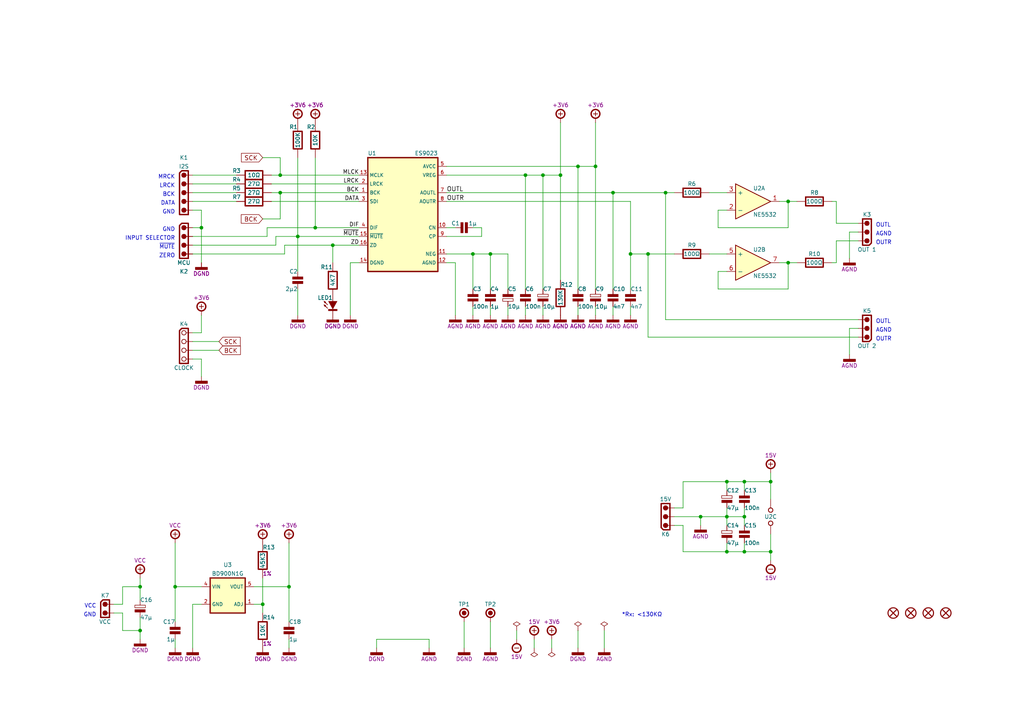
<source format=kicad_sch>
(kicad_sch (version 20211123) (generator eeschema)
  (paper "A4")
  (title_block (title "ESS9023") (date "01/2023") (rev "A"))
  (junction (at 58.42 66.04))
  (junction (at 210.82 139.7))
  (junction (at 76.2 175.26))
  (junction (at 96.52 71.12))
  (junction (at 193.04 55.88))
  (junction (at 157.48 50.8))
  (junction (at 177.8 55.88))
  (junction (at 215.9 139.7))
  (junction (at 223.52 139.7))
  (junction (at 86.36 68.58))
  (junction (at 40.64 170.18))
  (junction (at 215.9 149.86))
  (junction (at 91.44 66.04))
  (junction (at 167.64 48.26))
  (junction (at 182.88 73.66))
  (junction (at 203.2 149.86))
  (junction (at 223.52 160.02))
  (junction (at 137.16 73.66))
  (junction (at 83.82 170.18))
  (junction (at 228.6 76.2))
  (junction (at 152.4 50.8))
  (junction (at 81.28 50.8))
  (junction (at 81.28 55.88))
  (junction (at 162.56 50.8))
  (junction (at 50.8 170.18))
  (junction (at 40.64 182.88))
  (junction (at 210.82 149.86))
  (junction (at 210.82 160.02))
  (junction (at 228.6 58.42))
  (junction (at 215.9 160.02))
  (junction (at 172.72 48.26))
  (junction (at 187.96 73.66))
  (junction (at 142.24 73.66))
  (wire (pts (xy 210.82 60.96) (xy 208.28 60.96)))
  (wire (pts (xy 50.8 170.18) (xy 58.42 170.18)))
  (wire (pts (xy 162.56 50.8) (xy 157.48 50.8)))
  (wire (pts (xy 228.6 58.42) (xy 231.14 58.42)))
  (wire (pts (xy 152.4 50.8) (xy 157.48 50.8)))
  (wire (pts (xy 78.74 53.34) (xy 104.14 53.34)))
  (wire (pts (xy 129.54 55.88) (xy 177.8 55.88)))
  (wire (pts (xy 157.48 88.9) (xy 157.48 91.44)))
  (wire (pts (xy 129.54 66.04) (xy 132.08 66.04)))
  (wire (pts (xy 33.02 177.8) (xy 35.56 177.8)))
  (wire (pts (xy 50.8 170.18) (xy 50.8 157.48)))
  (wire (pts (xy 172.72 48.26) (xy 172.72 83.82)))
  (wire (pts (xy 55.88 68.58) (xy 77.47 68.58)))
  (wire (pts (xy 208.28 60.96) (xy 208.28 66.04)))
  (wire (pts (xy 248.92 69.85) (xy 242.57 69.85)))
  (wire (pts (xy 228.6 66.04) (xy 228.6 58.42)))
  (wire (pts (xy 58.42 96.52) (xy 58.42 91.44)))
  (wire (pts (xy 40.64 182.88) (xy 40.64 179.07)))
  (wire (pts (xy 167.64 48.26) (xy 167.64 83.82)))
  (wire (pts (xy 208.28 66.04) (xy 228.6 66.04)))
  (wire (pts (xy 193.04 92.71) (xy 248.92 92.71)))
  (wire (pts (xy 210.82 147.32) (xy 210.82 149.86)))
  (wire (pts (xy 142.24 88.9) (xy 142.24 91.44)))
  (wire (pts (xy 76.2 175.26) (xy 76.2 177.8)))
  (wire (pts (xy 203.2 149.86) (xy 203.2 152.4)))
  (wire (pts (xy 35.56 170.18) (xy 35.56 175.26)))
  (wire (pts (xy 86.36 68.58) (xy 86.36 45.72)))
  (wire (pts (xy 50.8 170.18) (xy 50.8 180.34)))
  (wire (pts (xy 55.88 66.04) (xy 58.42 66.04)))
  (wire (pts (xy 129.54 58.42) (xy 182.88 58.42)))
  (wire (pts (xy 78.74 58.42) (xy 104.14 58.42)))
  (wire (pts (xy 109.22 185.42) (xy 109.22 187.96)))
  (wire (pts (xy 139.7 66.04) (xy 137.16 66.04)))
  (wire (pts (xy 210.82 149.86) (xy 210.82 152.4)))
  (wire (pts (xy 55.88 53.34) (xy 68.58 53.34)))
  (wire (pts (xy 215.9 147.32) (xy 215.9 149.86)))
  (wire (pts (xy 228.6 76.2) (xy 231.14 76.2)))
  (wire (pts (xy 78.74 55.88) (xy 81.28 55.88)))
  (wire (pts (xy 248.92 95.25) (xy 246.38 95.25)))
  (wire (pts (xy 81.28 55.88) (xy 81.28 63.5)))
  (wire (pts (xy 248.92 64.77) (xy 242.57 64.77)))
  (wire (pts (xy 124.46 185.42) (xy 124.46 187.96)))
  (wire (pts (xy 101.6 76.2) (xy 101.6 91.44)))
  (wire (pts (xy 55.88 55.88) (xy 68.58 55.88)))
  (wire (pts (xy 215.9 149.86) (xy 215.9 152.4)))
  (wire (pts (xy 152.4 88.9) (xy 152.4 91.44)))
  (wire (pts (xy 137.16 73.66) (xy 137.16 83.82)))
  (wire (pts (xy 193.04 55.88) (xy 193.04 92.71)))
  (wire (pts (xy 55.88 175.26) (xy 55.88 187.96)))
  (wire (pts (xy 129.54 76.2) (xy 132.08 76.2)))
  (wire (pts (xy 154.94 187.96) (xy 154.94 185.42)))
  (wire (pts (xy 210.82 160.02) (xy 215.9 160.02)))
  (wire (pts (xy 223.52 137.16) (xy 223.52 139.7)))
  (wire (pts (xy 80.01 68.58) (xy 86.36 68.58)))
  (wire (pts (xy 104.14 76.2) (xy 101.6 76.2)))
  (wire (pts (xy 134.62 187.96) (xy 134.62 180.34)))
  (wire (pts (xy 35.56 170.18) (xy 40.64 170.18)))
  (wire (pts (xy 182.88 73.66) (xy 187.96 73.66)))
  (wire (pts (xy 40.64 170.18) (xy 40.64 173.99)))
  (wire (pts (xy 223.52 154.94) (xy 223.52 160.02)))
  (wire (pts (xy 55.88 96.52) (xy 58.42 96.52)))
  (wire (pts (xy 58.42 60.96) (xy 58.42 66.04)))
  (wire (pts (xy 187.96 97.79) (xy 187.96 73.66)))
  (wire (pts (xy 172.72 88.9) (xy 172.72 91.44)))
  (wire (pts (xy 40.64 185.42) (xy 40.64 182.88)))
  (wire (pts (xy 83.82 157.48) (xy 83.82 170.18)))
  (wire (pts (xy 205.74 73.66) (xy 210.82 73.66)))
  (wire (pts (xy 35.56 177.8) (xy 35.56 182.88)))
  (wire (pts (xy 167.64 48.26) (xy 172.72 48.26)))
  (wire (pts (xy 129.54 48.26) (xy 167.64 48.26)))
  (wire (pts (xy 182.88 88.9) (xy 182.88 91.44)))
  (wire (pts (xy 210.82 139.7) (xy 215.9 139.7)))
  (wire (pts (xy 132.08 76.2) (xy 132.08 91.44)))
  (wire (pts (xy 81.28 55.88) (xy 104.14 55.88)))
  (wire (pts (xy 149.86 182.88) (xy 149.86 185.42)))
  (wire (pts (xy 129.54 50.8) (xy 152.4 50.8)))
  (wire (pts (xy 73.66 175.26) (xy 76.2 175.26)))
  (wire (pts (xy 109.22 185.42) (xy 124.46 185.42)))
  (wire (pts (xy 78.74 50.8) (xy 81.28 50.8)))
  (wire (pts (xy 162.56 35.56) (xy 162.56 50.8)))
  (wire (pts (xy 55.88 101.6) (xy 63.5 101.6)))
  (wire (pts (xy 96.52 71.12) (xy 96.52 76.2)))
  (wire (pts (xy 91.44 66.04) (xy 104.14 66.04)))
  (wire (pts (xy 198.12 160.02) (xy 210.82 160.02)))
  (wire (pts (xy 81.28 50.8) (xy 104.14 50.8)))
  (wire (pts (xy 55.88 60.96) (xy 58.42 60.96)))
  (wire (pts (xy 215.9 160.02) (xy 223.52 160.02)))
  (wire (pts (xy 223.52 139.7) (xy 223.52 144.78)))
  (wire (pts (xy 210.82 78.74) (xy 208.28 78.74)))
  (wire (pts (xy 147.32 88.9) (xy 147.32 91.44)))
  (wire (pts (xy 167.64 88.9) (xy 167.64 91.44)))
  (wire (pts (xy 91.44 45.72) (xy 91.44 66.04)))
  (wire (pts (xy 77.47 68.58) (xy 77.47 66.04)))
  (wire (pts (xy 203.2 149.86) (xy 210.82 149.86)))
  (wire (pts (xy 86.36 68.58) (xy 86.36 78.74)))
  (wire (pts (xy 80.01 71.12) (xy 80.01 68.58)))
  (wire (pts (xy 157.48 50.8) (xy 157.48 83.82)))
  (wire (pts (xy 172.72 35.56) (xy 172.72 48.26)))
  (wire (pts (xy 82.55 73.66) (xy 82.55 71.12)))
  (wire (pts (xy 215.9 157.48) (xy 215.9 160.02)))
  (wire (pts (xy 198.12 139.7) (xy 210.82 139.7)))
  (wire (pts (xy 226.06 58.42) (xy 228.6 58.42)))
  (wire (pts (xy 76.2 63.5) (xy 81.28 63.5)))
  (wire (pts (xy 198.12 152.4) (xy 198.12 160.02)))
  (wire (pts (xy 58.42 104.14) (xy 58.42 109.22)))
  (wire (pts (xy 177.8 55.88) (xy 193.04 55.88)))
  (wire (pts (xy 86.36 83.82) (xy 86.36 91.44)))
  (wire (pts (xy 55.88 50.8) (xy 68.58 50.8)))
  (wire (pts (xy 195.58 147.32) (xy 198.12 147.32)))
  (wire (pts (xy 83.82 187.96) (xy 83.82 185.42)))
  (wire (pts (xy 223.52 162.56) (xy 223.52 160.02)))
  (wire (pts (xy 58.42 175.26) (xy 55.88 175.26)))
  (wire (pts (xy 246.38 95.25) (xy 246.38 102.87)))
  (wire (pts (xy 195.58 149.86) (xy 203.2 149.86)))
  (wire (pts (xy 147.32 83.82) (xy 147.32 73.66)))
  (wire (pts (xy 58.42 66.04) (xy 58.42 76.2)))
  (wire (pts (xy 104.14 68.58) (xy 86.36 68.58)))
  (wire (pts (xy 210.82 139.7) (xy 210.82 142.24)))
  (wire (pts (xy 160.02 185.42) (xy 160.02 187.96)))
  (wire (pts (xy 137.16 73.66) (xy 142.24 73.66)))
  (wire (pts (xy 142.24 73.66) (xy 147.32 73.66)))
  (wire (pts (xy 248.92 97.79) (xy 187.96 97.79)))
  (wire (pts (xy 195.58 152.4) (xy 198.12 152.4)))
  (wire (pts (xy 81.28 45.72) (xy 81.28 50.8)))
  (wire (pts (xy 210.82 157.48) (xy 210.82 160.02)))
  (wire (pts (xy 242.57 69.85) (xy 242.57 76.2)))
  (wire (pts (xy 55.88 71.12) (xy 80.01 71.12)))
  (wire (pts (xy 242.57 64.77) (xy 242.57 58.42)))
  (wire (pts (xy 182.88 58.42) (xy 182.88 73.66)))
  (wire (pts (xy 142.24 73.66) (xy 142.24 83.82)))
  (wire (pts (xy 142.24 187.96) (xy 142.24 180.34)))
  (wire (pts (xy 55.88 73.66) (xy 82.55 73.66)))
  (wire (pts (xy 242.57 76.2) (xy 241.3 76.2)))
  (wire (pts (xy 177.8 88.9) (xy 177.8 91.44)))
  (wire (pts (xy 205.74 55.88) (xy 210.82 55.88)))
  (wire (pts (xy 226.06 76.2) (xy 228.6 76.2)))
  (wire (pts (xy 139.7 68.58) (xy 139.7 66.04)))
  (wire (pts (xy 55.88 58.42) (xy 68.58 58.42)))
  (wire (pts (xy 152.4 50.8) (xy 152.4 83.82)))
  (wire (pts (xy 50.8 185.42) (xy 50.8 187.96)))
  (wire (pts (xy 248.92 67.31) (xy 246.38 67.31)))
  (wire (pts (xy 55.88 99.06) (xy 63.5 99.06)))
  (wire (pts (xy 96.52 71.12) (xy 104.14 71.12)))
  (wire (pts (xy 208.28 83.82) (xy 228.6 83.82)))
  (wire (pts (xy 33.02 175.26) (xy 35.56 175.26)))
  (wire (pts (xy 162.56 81.28) (xy 162.56 50.8)))
  (wire (pts (xy 55.88 104.14) (xy 58.42 104.14)))
  (wire (pts (xy 182.88 73.66) (xy 182.88 83.82)))
  (wire (pts (xy 175.26 182.88) (xy 175.26 187.96)))
  (wire (pts (xy 77.47 66.04) (xy 91.44 66.04)))
  (wire (pts (xy 210.82 149.86) (xy 215.9 149.86)))
  (wire (pts (xy 228.6 83.82) (xy 228.6 76.2)))
  (wire (pts (xy 198.12 147.32) (xy 198.12 139.7)))
  (wire (pts (xy 129.54 68.58) (xy 139.7 68.58)))
  (wire (pts (xy 73.66 170.18) (xy 83.82 170.18)))
  (wire (pts (xy 241.3 58.42) (xy 242.57 58.42)))
  (wire (pts (xy 215.9 139.7) (xy 223.52 139.7)))
  (wire (pts (xy 246.38 67.31) (xy 246.38 74.93)))
  (wire (pts (xy 129.54 73.66) (xy 137.16 73.66)))
  (wire (pts (xy 40.64 167.64) (xy 40.64 170.18)))
  (wire (pts (xy 167.64 182.88) (xy 167.64 187.96)))
  (wire (pts (xy 187.96 73.66) (xy 195.58 73.66)))
  (wire (pts (xy 177.8 55.88) (xy 177.8 83.82)))
  (wire (pts (xy 35.56 182.88) (xy 40.64 182.88)))
  (wire (pts (xy 83.82 170.18) (xy 83.82 180.34)))
  (wire (pts (xy 82.55 71.12) (xy 96.52 71.12)))
  (wire (pts (xy 193.04 55.88) (xy 195.58 55.88)))
  (wire (pts (xy 76.2 167.64) (xy 76.2 175.26)))
  (wire (pts (xy 137.16 88.9) (xy 137.16 91.44)))
  (wire (pts (xy 208.28 78.74) (xy 208.28 83.82)))
  (wire (pts (xy 215.9 139.7) (xy 215.9 142.24)))
  (wire (pts (xy 76.2 45.72) (xy 81.28 45.72)))
  (text "*Rx: <130KΩ" (at 180.34 179.07 0) (effects (font (size 1.15 1.15)) (justify left bottom)))
  (text "GND" (at 27.94 179.07 180) (effects (font (size 1.15 1.15)) (justify right bottom)))
  (text "AGND" (at 254 96.52 0) (effects (font (size 1.15 1.15)) (justify left bottom)))
  (text "AGND" (at 254 68.58 0) (effects (font (size 1.15 1.15)) (justify left bottom)))
  (text "BCK" (at 50.8 57.15 180) (effects (font (size 1.15 1.15)) (justify right bottom)))
  (text "MRCK" (at 50.8 52.07 180) (effects (font (size 1.15 1.15)) (justify right bottom)))
  (text "GND" (at 50.8 62.23 180) (effects (font (size 1.15 1.15)) (justify right bottom)))
  (text "INPUT SELECTOR" (at 50.8 69.85 180) (effects (font (size 1.15 1.15)) (justify right bottom)))
  (text "OUTL" (at 254 93.98 0) (effects (font (size 1.15 1.15)) (justify left bottom)))
  (text "OUTR" (at 254 99.06 0) (effects (font (size 1.15 1.15)) (justify left bottom)))
  (text "DATA" (at 50.8 59.69 180) (effects (font (size 1.15 1.15)) (justify right bottom)))
  (text "GND" (at 50.8 67.31 180) (effects (font (size 1.15 1.15)) (justify right bottom)))
  (text "~{MUTE}" (at 50.8 72.39 180) (effects (font (size 1.15 1.15)) (justify right bottom)))
  (text "VCC" (at 27.94 176.53 180) (effects (font (size 1.15 1.15)) (justify right bottom)))
  (text "OUTL" (at 254 66.04 0) (effects (font (size 1.15 1.15)) (justify left bottom)))
  (text "ZERO" (at 50.8 74.93 180) (effects (font (size 1.15 1.15)) (justify right bottom)))
  (text "OUTR" (at 254 71.12 0) (effects (font (size 1.15 1.15)) (justify left bottom)))
  (text "LRCK" (at 50.8 54.61 180) (effects (font (size 1.15 1.15)) (justify right bottom)))
  (label "BCK" (at 104.14 55.88 180) (effects (font (size 1.15 1.15))))
  (label "~{MUTE}" (at 104.14 68.58 180) (effects (font (size 1.15 1.15))))
  (label "OUTL" (at 129.54 55.88 0))
  (label "LRCK" (at 104.14 53.34 180) (effects (font (size 1.15 1.15))))
  (label "DATA" (at 104.14 58.42 180) (effects (font (size 1.15 1.15))))
  (label "ZD" (at 104.14 71.12 180) (effects (font (size 1.15 1.15))))
  (label "OUTR" (at 129.54 58.42 0))
  (label "MLCK" (at 104.14 50.8 180) (effects (font (size 1.15 1.15))))
  (label "DIF" (at 104.14 66.04 180) (effects (font (size 1.15 1.15))))
  (global_label "SCK" (shape input) (at 63.5 99.06 0) (property "Intersheet References" "${INTERSHEET_REFS}" (effects hide)))
  (global_label "SCK" (shape input) (at 76.2 45.72 180) (property "Intersheet References" "${INTERSHEET_REFS}" (effects hide)))
  (global_label "BCK" (shape input) (at 76.2 63.5 180) (property "Intersheet References" "${INTERSHEET_REFS}" (effects hide)))
  (global_label "BCK" (shape input) (at 63.5 101.6 0) (property "Intersheet References" "${INTERSHEET_REFS}" (effects hide)))
  (symbol (lib_id "tronixio:ROHM-BD900N1G-150-SOT-23") (at 58.42 170.18 0) (unit 1)
    (property "Reference" "U3" (at 66.04 163.83 0) (effects (font (size 1.15 1.15))))
    (property "Value" "BD900N1G" (at 66.04 166.37 0) (effects (font (size 1.15 1.15))))
    (property "Footprint" "tronixio:SOT-23-5" (effects hide))
    (property "Datasheet" "https://www.rohm.com/products/power-management/linear-regulators/single-output-ldo-regulators/bd900n1g-c-product" (effects hide))
    (property "Mouser" "755-BD900N1G-CTR" (effects hide))
  )
  (symbol (lib_id "tronixio:HARWIN-254-F-1X04-VERTICAL") (at 53.34 96.52 0) (mirror y) (unit 1)
    (property "Reference" "K4" (at 53.34 93.98 0) (effects (font (size 1.15 1.15))))
    (property "Value" "CLOCK" (at 53.34 106.68 0) (effects (font (size 1.15 1.15))))
    (property "Footprint" "tronixio:HARWIN-M20-782044x" (effects hide))
    (property "Datasheet" "https://www.harwin.com/products/M20-7820446/" (effects hide))
    (property "Mouser" "855-M20-782044" (effects hide))
  )
  (symbol (lib_id "tronixio:RESISTOR-1206-1P") (at 76.2 162.56 0) (unit 1)
    (property "Reference" "R13" (at 76.2 158.75 0) (effects (font (size 1.15 1.15)) (justify left)))
    (property "Value" "45K3" (at 76.2 162.56 90) (effects (font (size 1.15 1.15))))
    (property "Footprint" "tronixio:RESISTOR-SMD-1206" (effects hide))
    (property "Datasheet" "https://www.yageo.com/en/Product/Index/rchip/thin_film/rt" (effects hide))
    (property "Tolerance" "1%" (at 76.2 166.37 0) (effects (font (size 1.15 1.15)) (justify left)))
    (property "Mouser" "603-RT0603FRE0745R3L" (effects hide))
  )
  (symbol (lib_id "tronixio:KEMET-X7R-1206-1U-50V-20P") (at 182.88 86.36 0) (unit 1)
    (property "Reference" "C11" (at 182.88 83.82 0) (effects (font (size 1.15 1.15)) (justify left)))
    (property "Value" "4n7" (at 182.88 88.9 0) (effects (font (size 1.15 1.15)) (justify left)))
    (property "Footprint" "tronixio:CAPACITOR-SMD-1206" (effects hide))
    (property "Datasheet" "https://datasheets.kyocera-avx.com/C0GNP0-Dielectric.pdf" (effects hide))
    (property "Voltage" "100V" (effects hide))
    (property "Tolerance" "1%" (effects hide))
    (property "Mouser" "581-12061A472FAT2A" (effects hide))
  )
  (symbol (lib_id "tronixio:KOASPEER-RK73B-1206-100R-5P") (at 200.66 73.66 90) (unit 1)
    (property "Reference" "R9" (at 200.66 71.12 90) (effects (font (size 1.15 1.15))))
    (property "Value" "100Ω" (at 200.66 73.66 90) (effects (font (size 1.15 1.15))))
    (property "Footprint" "tronixio:RESISTOR-SMD-1206" (effects hide))
    (property "Datasheet" "https://www.koaspeer.com/products/resistors/general-purpose/rk73b/" (effects hide))
    (property "Tolerance" "5%" (effects hide))
    (property "Mouser" "660-RK73B2BTTDD101J" (effects hide))
  )
  (symbol (lib_id "tronixio:POWER-AGND") (at 177.8 91.44 0) (unit 1)
    (property "Reference" "#PWR021" (effects hide))
    (property "Value" "POWER-AGND" (effects hide))
    (property "Name" "AGND" (at 177.8 94.615 0) (effects (font (size 1.15 1.15))))
  )
  (symbol (lib_id "tronixio:POWER-AGND") (at 132.08 91.44 0) (unit 1)
    (property "Reference" "#PWR012" (effects hide))
    (property "Value" "POWER-AGND" (effects hide))
    (property "Name" "AGND" (at 132.08 94.615 0) (effects (font (size 1.15 1.15))))
  )
  (symbol (lib_id "tronixio:KOASPEER-RT-1206-10R-1P") (at 73.66 50.8 90) (unit 1)
    (property "Reference" "R3" (at 69.85 49.53 90) (effects (font (size 1.15 1.15)) (justify left)))
    (property "Value" "10Ω" (at 73.66 50.8 90) (effects (font (size 1.15 1.15))))
    (property "Footprint" "tronixio:RESISTOR-SMD-1206" (effects hide))
    (property "Datasheet" "https://www.yageo.com/en/Product/Index/rchip/thin_film/rt" (effects hide))
    (property "Tolerance" "1%" (effects hide))
    (property "Mouser" "603-RT1206FRE1310RL" (effects hide))
  )
  (symbol (lib_id "tronixio:POWER-AGND") (at 172.72 91.44 0) (unit 1)
    (property "Reference" "#PWR020" (effects hide))
    (property "Value" "POWER-AGND" (effects hide))
    (property "Name" "AGND" (at 172.72 94.615 0) (effects (font (size 1.15 1.15))))
  )
  (symbol (lib_id "tronixio:POWER-DGND") (at 83.82 187.96 0) (unit 1)
    (property "Reference" "#PWR039" (effects hide))
    (property "Value" "POWER-DGND" (effects hide))
    (property "Name" "DGND" (at 83.82 191.135 0) (effects (font (size 1.15 1.15))))
  )
  (symbol (lib_id "tronixio:POWER-AGND") (at 142.24 187.96 0) (unit 1)
    (property "Reference" "#PWR043" (effects hide))
    (property "Value" "POWER-AGND" (effects hide))
    (property "Name" "AGND" (at 142.24 191.135 0) (effects (font (size 1.15 1.15))))
  )
  (symbol (lib_id "tronixio:POWER-FLAG") (at 149.86 182.88 0) (unit 1)
    (property "Reference" "#FLG01" (effects hide))
    (property "Value" "POWER-FLAG" (effects hide))
  )
  (symbol (lib_id "tronixio:POWER-+3V6") (at 86.36 35.56 0) (unit 1)
    (property "Reference" "#PWR01" (effects hide))
    (property "Value" "POWER-+3V3" (effects hide))
    (property "Name" "+3V6" (at 86.36 30.48 0) (effects (font (size 1.15 1.15))))
  )
  (symbol (lib_id "tronixio:POWER-FLAG") (at 154.94 187.96 180) (unit 1)
    (property "Reference" "#FLG04" (effects hide))
    (property "Value" "POWER-FLAG" (effects hide))
  )
  (symbol (lib_id "tronixio:KEMET-X7R-1206-1U-50V-20P") (at 86.36 81.28 0) (unit 1)
    (property "Reference" "C2" (at 86.36 78.74 0) (effects (font (size 1.15 1.15)) (justify right)))
    (property "Value" "2µ2" (at 86.36 83.82 0) (effects (font (size 1.15 1.15)) (justify right)))
    (property "Footprint" "tronixio:CAPACITOR-SMD-1206" (effects hide))
    (property "Datasheet" "https://content.kemet.com/datasheets/KEM_C1090_X7R_ESD.pdf" (effects hide))
    (property "Voltage" "50V" (effects hide))
    (property "Tolerance" "20%" (effects hide))
    (property "Mouser" "80-C1206C105M5R" (effects hide))
  )
  (symbol (lib_id "tronixio:WURTH-WCAP-ATG8-10U-63V") (at 147.32 86.36 180) (unit 1)
    (property "Reference" "C5" (at 147.32 83.82 0) (effects (font (size 1.15 1.15)) (justify right)))
    (property "Value" "10µ" (at 147.32 88.9 0) (effects (font (size 1.15 1.15)) (justify right)))
    (property "Footprint" "tronixio:CAPACITOR-ELECTROLYTIC-RADIAL-050-110-020-WURTH" (effects hide))
    (property "Datasheet" "https://www.we-online.com/catalog/datasheet/860010772009.pdf" (effects hide))
    (property "Voltage" "63V" (effects hide))
    (property "Tolerance" "20%" (effects hide))
    (property "Mouser" "710-860010772009" (effects hide))
  )
  (symbol (lib_id "tronixio:POWER-VCC") (at 50.8 157.48 0) (unit 1)
    (property "Reference" "#PWR027" (effects hide))
    (property "Value" "POWER-VCC" (effects hide))
    (property "Name" "VCC" (at 50.8 152.4 0) (effects (font (size 1.15 1.15))))
  )
  (symbol (lib_id "tronixio:POWER-AGND") (at 167.64 91.44 0) (unit 1)
    (property "Reference" "#PWR019" (effects hide))
    (property "Value" "POWER-AGND" (effects hide))
    (property "Name" "AGND" (at 167.64 94.615 0) (effects (font (size 1.15 1.15))))
  )
  (symbol (lib_name "WURTH-WCAP-ATG8-47U-35V_1") (lib_id "tronixio:WURTH-WCAP-ATG8-47U-35V") (at 40.64 176.53 0) (unit 1)
    (property "Reference" "C16" (at 40.64 173.99 0) (effects (font (size 1.15 1.15)) (justify left)))
    (property "Value" "47µ" (at 40.64 179.07 0) (effects (font (size 1.15 1.15)) (justify left)))
    (property "Footprint" "tronixio:CAPACITOR-ELECTROLYTIC-RADIAL-050-110-020-WURTH" (effects hide))
    (property "Datasheet" "https://www.we-online.com/catalog/datasheet/860010572005.pdf" (effects hide))
    (property "Tolerance" "20%" (effects hide))
    (property "Mouser" "710-860010572005" (effects hide))
    (property "Voltage" "35V" (effects hide))
  )
  (symbol (lib_id "tronixio:POWER-AGND") (at 182.88 91.44 0) (unit 1)
    (property "Reference" "#PWR022" (effects hide))
    (property "Value" "POWER-AGND" (effects hide))
    (property "Name" "AGND" (at 182.88 94.615 0) (effects (font (size 1.15 1.15))))
  )
  (symbol (lib_id "tronixio:POWER-AGND") (at 137.16 91.44 0) (unit 1)
    (property "Reference" "#PWR013" (effects hide))
    (property "Value" "POWER-AGND" (effects hide))
    (property "Name" "AGND" (at 137.16 94.615 0) (effects (font (size 1.15 1.15))))
  )
  (symbol (lib_id "tronixio:POWER-+3V6") (at 76.2 157.48 0) (unit 1)
    (property "Reference" "#PWR028" (effects hide))
    (property "Value" "POWER-+3V3" (effects hide))
    (property "Name" "+3V6" (at 76.2 152.4 0) (effects (font (size 1.15 1.15))))
  )
  (symbol (lib_id "tronixio:POWER-AGND") (at 203.2 152.4 0) (unit 1)
    (property "Reference" "#PWR026" (effects hide))
    (property "Value" "POWER-AGND" (effects hide))
    (property "Name" "AGND" (at 203.2 155.575 0) (effects (font (size 1.15 1.15))))
  )
  (symbol (lib_id "tronixio:KOASPEER-RT-1206-10K-1P") (at 76.2 182.88 0) (unit 1)
    (property "Reference" "R14" (at 76.2 179.07 0) (effects (font (size 1.15 1.15)) (justify left)))
    (property "Value" "10K" (at 76.2 182.88 90) (effects (font (size 1.15 1.15))))
    (property "Footprint" "tronixio:RESISTOR-SMD-1206" (effects hide))
    (property "Datasheet" "https://www.yageo.com/en/Product/Index/rchip/thin_film/rt" (effects hide))
    (property "Tolerance" "1%" (at 76.2 186.69 0) (effects (font (size 1.15 1.15)) (justify left)))
    (property "Mouser" "603-RT1206FRE1310KL" (effects hide))
  )
  (symbol (lib_id "tronixio:MOLEX-MIGHTY-SPOX-02-VERTICAL") (at 30.48 175.26 0) (mirror y) (unit 1)
    (property "Reference" "K7" (at 30.48 172.72 0) (effects (font (size 1.15 1.15))))
    (property "Value" "VCC" (at 30.48 180.34 0) (effects (font (size 1.15 1.15))))
    (property "Footprint" "tronixio:MOLEX-532580229" (effects hide))
    (property "Datasheet" "https://www.molex.com/pdm_docs/sd/532580229_sd.pdf" (effects hide))
    (property "Mouser" "538-53258-0229" (effects hide))
    (property "Name" "MOLEX-MIGHTY-SPOX-02-VERTICAL" (effects hide))
  )
  (symbol (lib_id "tronixio:MOLEX-MICRO-LATCH-05-VERTICAL") (at 53.34 50.8 0) (mirror y) (unit 1)
    (property "Reference" "K1" (at 53.34 45.72 0) (effects (font (size 1.15 1.15))))
    (property "Value" "I2S" (at 53.34 48.26 0) (effects (font (size 1.15 1.15))))
    (property "Footprint" "tronixio:MOLEX-532530570" (effects hide))
    (property "Datasheet" "https://www.molex.com/pdm_docs/sd/532530570_sd.pdf" (effects hide))
    (property "Mouser" "538-53253-0570" (effects hide))
  )
  (symbol (lib_id "tronixio:POWER-DGND") (at 101.6 91.44 0) (unit 1)
    (property "Reference" "#PWR011" (effects hide))
    (property "Value" "POWER-DGND" (effects hide))
    (property "Name" "DGND" (at 101.6 94.615 0) (effects (font (size 1.15 1.15))))
  )
  (symbol (lib_id "tronixio:POWER-DGND") (at 167.64 187.96 0) (unit 1)
    (property "Reference" "#PWR044" (effects hide))
    (property "Value" "POWER-DGND" (effects hide))
    (property "Name" "DGND" (at 167.64 191.135 0) (effects (font (size 1.15 1.15))))
  )
  (symbol (lib_id "tronixio:KEMET-X7R-1206-1U-50V-20P") (at 167.64 86.36 0) (unit 1)
    (property "Reference" "C8" (at 167.64 83.82 0) (effects (font (size 1.15 1.15)) (justify left)))
    (property "Value" "100n" (at 167.64 88.9 0) (effects (font (size 1.15 1.15)) (justify left)))
    (property "Footprint" "tronixio:CAPACITOR-SMD-1206" (effects hide))
    (property "Datasheet" "https://content.kemet.com/datasheets/KEM_C1090_X7R_ESD.pdf" (effects hide))
    (property "Voltage" "50V" (effects hide))
    (property "Tolerance" "20%" (effects hide))
    (property "Mouser" "80-C1206C105M5R" (effects hide))
  )
  (symbol (lib_id "tronixio:POWER-DGND") (at 96.52 91.44 0) (unit 1)
    (property "Reference" "#PWR010" (effects hide))
    (property "Value" "POWER-DGND" (effects hide))
    (property "Name" "DGND" (at 96.52 94.615 0) (effects (font (size 1.15 1.15))))
  )
  (symbol (lib_id "tronixio:KEMET-X7R-1206-1U-50V-20P") (at 134.62 66.04 90) (unit 1)
    (property "Reference" "C1" (at 133.35 64.77 90) (effects (font (size 1.15 1.15)) (justify left)))
    (property "Value" "1µ" (at 135.89 64.77 90) (effects (font (size 1.15 1.15)) (justify right)))
    (property "Footprint" "tronixio:CAPACITOR-SMD-1206" (effects hide))
    (property "Datasheet" "https://content.kemet.com/datasheets/KEM_C1090_X7R_ESD.pdf" (effects hide))
    (property "Voltage" "50V" (effects hide))
    (property "Tolerance" "20%" (effects hide))
    (property "Mouser" "80-C1206C105M5R" (effects hide))
  )
  (symbol (lib_id "tronixio:KEMET-X7R-1206-1U-50V-20P") (at 83.82 182.88 0) (unit 1)
    (property "Reference" "C18" (at 83.82 180.34 0) (effects (font (size 1.15 1.15)) (justify left)))
    (property "Value" "1µ" (at 83.82 185.42 0) (effects (font (size 1.15 1.15)) (justify left)))
    (property "Footprint" "tronixio:CAPACITOR-SMD-1206" (effects hide))
    (property "Datasheet" "https://content.kemet.com/datasheets/KEM_C1090_X7R_ESD.pdf" (effects hide))
    (property "Voltage" "50V" (effects hide))
    (property "Tolerance" "20%" (effects hide))
    (property "Mouser" "80-C1206C105M5R" (effects hide))
  )
  (symbol (lib_id "tronixio:POWER-FLAG") (at 175.26 182.88 0) (unit 1)
    (property "Reference" "#FLG03" (effects hide))
    (property "Value" "POWER-FLAG" (effects hide))
  )
  (symbol (lib_id "tronixio:POWER-AGND") (at 124.46 187.96 0) (unit 1)
    (property "Reference" "#PWR041" (effects hide))
    (property "Value" "POWER-AGND" (effects hide))
    (property "Name" "AGND" (at 124.46 191.135 0) (effects (font (size 1.15 1.15))))
  )
  (symbol (lib_id "tronixio:POWER-AGND") (at 246.38 102.87 0) (unit 1)
    (property "Reference" "#PWR023" (effects hide))
    (property "Value" "POWER-AGND" (effects hide))
    (property "Name" "AGND" (at 246.38 106.045 0) (effects (font (size 1.15 1.15))))
  )
  (symbol (lib_id "tronixio:POWER-FLAG") (at 160.02 187.96 180) (unit 1)
    (property "Reference" "#FLG05" (effects hide))
    (property "Value" "POWER-FLAG" (effects hide))
  )
  (symbol (lib_id "tronixio:KOASPEER-RK73B-1206-100R-5P") (at 200.66 55.88 90) (unit 1)
    (property "Reference" "R6" (at 200.66 53.34 90) (effects (font (size 1.15 1.15))))
    (property "Value" "100Ω" (at 200.66 55.88 90) (effects (font (size 1.15 1.15))))
    (property "Footprint" "tronixio:RESISTOR-SMD-1206" (effects hide))
    (property "Datasheet" "https://www.koaspeer.com/products/resistors/general-purpose/rk73b/" (effects hide))
    (property "Tolerance" "5%" (effects hide))
    (property "Mouser" "660-RK73B2BTTDD101J" (effects hide))
  )
  (symbol (lib_id "tronixio:KEMET-X7R-1206-1U-50V-20P") (at 215.9 144.78 0) (unit 1)
    (property "Reference" "C13" (at 215.9 142.24 0) (effects (font (size 1.15 1.15)) (justify left)))
    (property "Value" "100n" (at 215.9 147.32 0) (effects (font (size 1.15 1.15)) (justify left)))
    (property "Footprint" "tronixio:CAPACITOR-SMD-1206" (effects hide))
    (property "Datasheet" "https://content.kemet.com/datasheets/KEM_C1090_X7R_ESD.pdf" (effects hide))
    (property "Voltage" "50V" (effects hide))
    (property "Tolerance" "20%" (effects hide))
    (property "Mouser" "80-C1206C105M5R" (effects hide))
  )
  (symbol (lib_id "tronixio:POWER-+3V6") (at 58.42 91.44 0) (unit 1)
    (property "Reference" "#PWR07" (effects hide))
    (property "Value" "POWER-+3V3" (effects hide))
    (property "Name" "+3V6" (at 58.42 86.36 0) (effects (font (size 1.15 1.15))))
  )
  (symbol (lib_id "tronixio:MOUNTING-HOLE-3MM-MASK") (at 274.32 177.8 0) (unit 1)
    (property "Reference" "H4" (effects hide))
    (property "Value" "MOUNTING-HOLE-3MM-MASK" (effects hide))
    (property "Footprint" "tronixio:MOUNTING-HOLE-3MM-MASK" (effects hide))
  )
  (symbol (lib_id "tronixio:POWER-DGND") (at 40.64 185.42 0) (unit 1)
    (property "Reference" "#PWR0101" (effects hide))
    (property "Value" "POWER-DGND" (effects hide))
    (property "Name" "DGND" (at 40.64 188.595 0) (effects (font (size 1.15 1.15))))
  )
  (symbol (lib_id "tronixio:POWER-AGND") (at 147.32 91.44 0) (unit 1)
    (property "Reference" "#PWR015" (effects hide))
    (property "Value" "POWER-AGND" (effects hide))
    (property "Name" "AGND" (at 147.32 94.615 0) (effects (font (size 1.15 1.15))))
  )
  (symbol (lib_id "tronixio:POWER-+15V") (at 223.52 137.16 0) (unit 1)
    (property "Reference" "#PWR025" (effects hide))
    (property "Value" "POWER-+15V" (effects hide))
    (property "Name" "15V" (at 223.52 132.08 0) (effects (font (size 1.15 1.15))))
  )
  (symbol (lib_id "tronixio:KOASPEER-RK73B-1206-130K-5P") (at 162.56 86.36 0) (unit 1)
    (property "Reference" "R12" (at 162.56 82.55 0) (effects (font (size 1.15 1.15)) (justify left)))
    (property "Value" "130K" (at 162.56 86.36 90) (effects (font (size 1.15 1.15))))
    (property "Footprint" "tronixio:RESISTOR-SMD-1206" (effects hide))
    (property "Datasheet" "https://www.koaspeer.com/products/resistors/general-purpose/rk73b/" (effects hide))
    (property "Tolerance" "5%" (effects hide))
    (property "Mouser" "660-RK73B2BTTDD133J" (effects hide))
  )
  (symbol (lib_id "tronixio:KEMET-X7R-1206-1U-50V-20P") (at 50.8 182.88 0) (unit 1)
    (property "Reference" "C17" (at 50.8 180.34 0) (effects (font (size 1.15 1.15)) (justify right)))
    (property "Value" "1µ" (at 50.8 185.42 0) (effects (font (size 1.15 1.15)) (justify right)))
    (property "Footprint" "tronixio:CAPACITOR-SMD-1206" (effects hide))
    (property "Datasheet" "https://content.kemet.com/datasheets/KEM_C1090_X7R_ESD.pdf" (effects hide))
    (property "Voltage" "50V" (effects hide))
    (property "Tolerance" "20%" (effects hide))
    (property "Mouser" "80-C1206C105M5R" (effects hide))
  )
  (symbol (lib_id "tronixio:MOUNTING-HOLE-3MM-MASK") (at 259.08 177.8 0) (unit 1)
    (property "Reference" "H1" (effects hide))
    (property "Value" "MOUNTING-HOLE-3MM-MASK" (effects hide))
    (property "Footprint" "tronixio:MOUNTING-HOLE-3MM-MASK" (effects hide))
  )
  (symbol (lib_id "tronixio:POWER-+3V6") (at 83.82 157.48 0) (unit 1)
    (property "Reference" "#PWR029" (effects hide))
    (property "Value" "POWER-+3V3" (effects hide))
    (property "Name" "+3V6" (at 83.82 152.4 0) (effects (font (size 1.15 1.15))))
  )
  (symbol (lib_id "tronixio:KEYSTONE-5006") (at 142.24 180.34 0) (unit 1)
    (property "Reference" "TP2" (at 142.24 175.26 0) (effects (font (size 1.15 1.15))))
    (property "Value" "GND" (effects hide))
    (property "Footprint" "tronixio:KEYSTONE-5006" (effects hide))
    (property "Datasheet" "https://www.keyelco.com/product.cfm/product_id/1315" (effects hide))
    (property "Mouser" "534-5006" (effects hide))
  )
  (symbol (lib_id "tronixio:POWER-AGND") (at 142.24 91.44 0) (unit 1)
    (property "Reference" "#PWR014" (effects hide))
    (property "Value" "POWER-AGND" (effects hide))
    (property "Name" "AGND" (at 142.24 94.615 0) (effects (font (size 1.15 1.15))))
  )
  (symbol (lib_id "tronixio:POWER--15V") (at 149.86 185.42 0) (unit 1)
    (property "Reference" "#PWR033" (effects hide))
    (property "Value" "POWER--15V" (effects hide))
    (property "Name" "15V" (at 149.86 190.5 0) (effects (font (size 1.15 1.15))))
  )
  (symbol (lib_id "tronixio:TI-NE5532-DIP-08") (at 218.44 76.2 0) (unit 2)
    (property "Reference" "U2" (at 218.44 72.39 0) (effects (font (size 1.15 1.15)) (justify left)))
    (property "Value" "NE5532" (at 218.44 80.01 0) (effects (font (size 1.15 1.15)) (justify left)))
    (property "Footprint" "tronixio:DIP-08-W762" (effects hide))
    (property "Datasheet" "https://www.ti.com/product/NE5532" (effects hide))
    (property "Mouser" "595-NE5532P" (effects hide))
  )
  (symbol (lib_id "tronixio:POWER-DGND") (at 76.2 187.96 0) (unit 1)
    (property "Reference" "#PWR038" (effects hide))
    (property "Value" "POWER-DGND" (effects hide))
    (property "Name" "DGND" (at 76.2 191.135 0) (effects (font (size 1.15 1.15))))
  )
  (symbol (lib_id "tronixio:KEMET-X7R-1206-1U-50V-20P") (at 215.9 154.94 0) (unit 1)
    (property "Reference" "C15" (at 215.9 152.4 0) (effects (font (size 1.15 1.15)) (justify left)))
    (property "Value" "100n" (at 215.9 157.48 0) (effects (font (size 1.15 1.15)) (justify left)))
    (property "Footprint" "tronixio:CAPACITOR-SMD-1206" (effects hide))
    (property "Datasheet" "https://content.kemet.com/datasheets/KEM_C1090_X7R_ESD.pdf" (effects hide))
    (property "Voltage" "50V" (effects hide))
    (property "Tolerance" "20%" (effects hide))
    (property "Mouser" "80-C1206C105M5R" (effects hide))
  )
  (symbol (lib_name "KOASPEER-RT-1206-27R-1P_2") (lib_id "tronixio:KOASPEER-RT-1206-27R-1P") (at 73.66 55.88 90) (unit 1)
    (property "Reference" "R5" (at 69.85 54.61 90) (effects (font (size 1.15 1.15)) (justify left)))
    (property "Value" "27Ω" (at 73.66 55.88 90) (effects (font (size 1.15 1.15))))
    (property "Footprint" "tronixio:RESISTOR-SMD-1206" (effects hide))
    (property "Datasheet" "https://www.yageo.com/en/Product/Index/rchip/thin_film/rt" (effects hide))
    (property "Tolerance" "1%" (effects hide))
    (property "Mouser" "603-RT1206FRE0727RL" (effects hide))
  )
  (symbol (lib_id "tronixio:WURTH-WCAP-ATG8-10U-63V") (at 157.48 86.36 0) (unit 1)
    (property "Reference" "C7" (at 157.48 83.82 0) (effects (font (size 1.15 1.15)) (justify left)))
    (property "Value" "10µ" (at 157.48 88.9 0) (effects (font (size 1.15 1.15)) (justify left)))
    (property "Footprint" "tronixio:CAPACITOR-ELECTROLYTIC-RADIAL-050-110-020-WURTH" (effects hide))
    (property "Datasheet" "https://www.we-online.com/catalog/datasheet/860010772009.pdf" (effects hide))
    (property "Voltage" "63V" (effects hide))
    (property "Tolerance" "20%" (effects hide))
    (property "Mouser" "710-860010772009" (effects hide))
  )
  (symbol (lib_id "tronixio:POWER-VCC") (at 40.64 167.64 0) (unit 1)
    (property "Reference" "#PWR031" (effects hide))
    (property "Value" "POWER-VCC" (effects hide))
    (property "Name" "VCC" (at 40.64 162.56 0) (effects (font (size 1.15 1.15))))
  )
  (symbol (lib_id "tronixio:POWER-DGND") (at 50.8 187.96 0) (unit 1)
    (property "Reference" "#PWR0102" (effects hide))
    (property "Value" "POWER-DGND" (effects hide))
    (property "Name" "DGND" (at 50.8 191.135 0) (effects (font (size 1.15 1.15))))
  )
  (symbol (lib_id "tronixio:KEMET-X7R-1206-1U-50V-20P") (at 137.16 86.36 0) (unit 1)
    (property "Reference" "C3" (at 137.16 83.82 0) (effects (font (size 1.15 1.15)) (justify left)))
    (property "Value" "100n" (at 137.16 88.9 0) (effects (font (size 1.15 1.15)) (justify left)))
    (property "Footprint" "tronixio:CAPACITOR-SMD-1206" (effects hide))
    (property "Datasheet" "https://content.kemet.com/datasheets/KEM_C1090_X7R_ESD.pdf" (effects hide))
    (property "Voltage" "50V" (effects hide))
    (property "Tolerance" "20%" (effects hide))
    (property "Mouser" "80-C1206C105M5R" (effects hide))
  )
  (symbol (lib_id "tronixio:POWER-+3V6") (at 91.44 35.56 0) (unit 1)
    (property "Reference" "#PWR02" (effects hide))
    (property "Value" "POWER-+3V3" (effects hide))
    (property "Name" "+3V6" (at 91.44 30.48 0) (effects (font (size 1.15 1.15))))
  )
  (symbol (lib_id "tronixio:MOUNTING-HOLE-3MM-MASK") (at 264.16 177.8 0) (unit 1)
    (property "Reference" "H2" (effects hide))
    (property "Value" "MOUNTING-HOLE-3MM-MASK" (effects hide))
    (property "Footprint" "tronixio:MOUNTING-HOLE-3MM-MASK" (effects hide))
  )
  (symbol (lib_id "tronixio:HARWIN-254-M-1X04-VERTICAL") (at 53.34 66.04 0) (mirror y) (unit 1)
    (property "Reference" "K2" (at 53.34 78.74 0) (effects (font (size 1.15 1.15))))
    (property "Value" "MCU" (at 53.34 76.2 0) (effects (font (size 1.15 1.15))))
    (property "Footprint" "tronixio:HARWIN-M20-999044x" (effects hide))
    (property "Datasheet" "https://www.harwin.com/products/M20-9990446/" (effects hide))
    (property "Mouser" "855-M20-999044" (effects hide))
  )
  (symbol (lib_id "tronixio:POWER-+3V6") (at 162.56 35.56 0) (unit 1)
    (property "Reference" "#PWR03" (effects hide))
    (property "Value" "POWER-+3V3" (effects hide))
    (property "Name" "+3V6" (at 162.56 30.48 0) (effects (font (size 1.15 1.15))))
  )
  (symbol (lib_id "tronixio:TI-NE5532-DIP-08") (at 218.44 58.42 0) (unit 1)
    (property "Reference" "U2" (at 218.44 54.61 0) (effects (font (size 1.15 1.15)) (justify left)))
    (property "Value" "NE5532" (at 218.44 62.23 0) (effects (font (size 1.15 1.15)) (justify left)))
    (property "Footprint" "tronixio:DIP-08-W762" (effects hide))
    (property "Datasheet" "https://www.ti.com/product/NE5532" (effects hide))
    (property "Mouser" "595-NE5532P" (effects hide))
  )
  (symbol (lib_id "tronixio:POWER--15V") (at 223.52 162.56 0) (unit 1)
    (property "Reference" "#PWR030" (effects hide))
    (property "Value" "POWER--15V" (effects hide))
    (property "Name" "15V" (at 223.52 167.64 0) (effects (font (size 1.15 1.15))))
  )
  (symbol (lib_id "tronixio:MOLEX-MIGHTY-SPOX-03-VERTICAL") (at 193.04 152.4 180) (unit 1)
    (property "Reference" "K6" (at 193.04 154.94 0) (effects (font (size 1.15 1.15))))
    (property "Value" "15V" (at 193.04 144.78 0) (effects (font (size 1.15 1.15))))
    (property "Footprint" "tronixio:MOLEX-532580329" (effects hide))
    (property "Datasheet" "https://www.molex.com/pdm_docs/sd/532580329_sd.pdf" (effects hide))
    (property "Mouser" "538-53258-0329" (effects hide))
  )
  (symbol (lib_id "tronixio:KOASPEER-RT-1206-27R-1P") (at 73.66 58.42 90) (unit 1)
    (property "Reference" "R7" (at 69.85 57.15 90) (effects (font (size 1.15 1.15)) (justify left)))
    (property "Value" "27Ω" (at 73.66 58.42 90) (effects (font (size 1.15 1.15))))
    (property "Footprint" "tronixio:RESISTOR-SMD-1206" (effects hide))
    (property "Datasheet" "https://www.yageo.com/en/Product/Index/rchip/thin_film/rt" (effects hide))
    (property "Tolerance" "1%" (effects hide))
    (property "Mouser" "603-RT1206FRE0727RL" (effects hide))
  )
  (symbol (lib_id "tronixio:POWER-+15V") (at 154.94 185.42 0) (unit 1)
    (property "Reference" "#PWR034" (effects hide))
    (property "Value" "POWER-+15V" (effects hide))
    (property "Name" "15V" (at 154.94 180.34 0) (effects (font (size 1.15 1.15))))
  )
  (symbol (lib_id "tronixio:KOASPEER-RK73B-1206-10K-5P") (at 91.44 40.64 0) (unit 1)
    (property "Reference" "R2" (at 91.44 36.83 0) (effects (font (size 1.15 1.15)) (justify right)))
    (property "Value" "10K" (at 91.44 40.64 90) (effects (font (size 1.15 1.15))))
    (property "Footprint" "tronixio:RESISTOR-SMD-1206" (effects hide))
    (property "Datasheet" "https://www.koaspeer.com/products/resistors/general-purpose/rk73b/" (effects hide))
    (property "Tolerance" "5%" (effects hide))
    (property "Mouser" "660-RK73B2BTTDD103J" (effects hide))
  )
  (symbol (lib_id "tronixio:POWER-FLAG") (at 167.64 182.88 0) (unit 1)
    (property "Reference" "#FLG02" (effects hide))
    (property "Value" "POWER-FLAG" (effects hide))
  )
  (symbol (lib_id "tronixio:MOLEX-MICRO-LATCH-03-VERTICAL") (at 251.46 97.79 0) (mirror x) (unit 1)
    (property "Reference" "K5" (at 251.46 90.17 0) (effects (font (size 1.15 1.15))))
    (property "Value" "OUT 2" (at 251.46 100.33 0) (effects (font (size 1.15 1.15))))
    (property "Footprint" "tronixio:MOLEX-532530370" (effects hide))
    (property "Datasheet" "https://www.molex.com/pdm_docs/sd/532530370_sd.pdf" (effects hide))
    (property "Mouser" "538-53253-0370" (effects hide))
  )
  (symbol (lib_id "tronixio:TI-NE5532-DIP-08") (at 223.52 149.86 0) (unit 3)
    (property "Reference" "U2" (at 223.52 149.86 0) (effects (font (size 1.15 1.15))))
    (property "Value" "NE5532" (effects hide))
    (property "Footprint" "tronixio:DIP-08-W762" (effects hide))
    (property "Datasheet" "https://www.ti.com/product/NE5532" (effects hide))
    (property "Mouser" "595-NE5532P" (effects hide))
  )
  (symbol (lib_id "tronixio:KOASPEER-RK73B-1206-100R-5P") (at 236.22 58.42 90) (unit 1)
    (property "Reference" "R8" (at 236.22 55.88 90) (effects (font (size 1.15 1.15))))
    (property "Value" "100Ω" (at 236.22 58.42 90) (effects (font (size 1.15 1.15))))
    (property "Footprint" "tronixio:RESISTOR-SMD-1206" (effects hide))
    (property "Datasheet" "https://www.koaspeer.com/products/resistors/general-purpose/rk73b/" (effects hide))
    (property "Tolerance" "5%" (effects hide))
    (property "Mouser" "660-RK73B2BTTDD101J" (effects hide))
  )
  (symbol (lib_id "tronixio:KEMET-X7R-1206-1U-50V-20P") (at 177.8 86.36 0) (unit 1)
    (property "Reference" "C10" (at 177.8 83.82 0) (effects (font (size 1.15 1.15)) (justify left)))
    (property "Value" "4n7" (at 177.8 88.9 0) (effects (font (size 1.15 1.15)) (justify left)))
    (property "Footprint" "tronixio:CAPACITOR-SMD-1206" (effects hide))
    (property "Datasheet" "https://datasheets.kyocera-avx.com/C0GNP0-Dielectric.pdf" (effects hide))
    (property "Voltage" "100V" (effects hide))
    (property "Tolerance" "1%" (effects hide))
    (property "Mouser" "581-12061A472FAT2A" (effects hide))
  )
  (symbol (lib_id "tronixio:POWER-AGND") (at 246.38 74.93 0) (unit 1)
    (property "Reference" "#PWR05" (effects hide))
    (property "Value" "POWER-AGND" (effects hide))
    (property "Name" "AGND" (at 246.38 78.105 0) (effects (font (size 1.15 1.15))))
  )
  (symbol (lib_id "tronixio:MOLEX-MICRO-LATCH-03-VERTICAL") (at 251.46 69.85 0) (mirror x) (unit 1)
    (property "Reference" "K3" (at 251.46 62.23 0) (effects (font (size 1.15 1.15))))
    (property "Value" "OUT 1" (at 251.46 72.39 0) (effects (font (size 1.15 1.15))))
    (property "Footprint" "tronixio:MOLEX-532530370" (effects hide))
    (property "Datasheet" "https://www.molex.com/pdm_docs/sd/532530370_sd.pdf" (effects hide))
    (property "Mouser" "538-53253-0370" (effects hide))
  )
  (symbol (lib_id "tronixio:MOUNTING-HOLE-3MM-MASK") (at 269.24 177.8 0) (unit 1)
    (property "Reference" "H3" (effects hide))
    (property "Value" "MOUNTING-HOLE-3MM-MASK" (effects hide))
    (property "Footprint" "tronixio:MOUNTING-HOLE-3MM-MASK" (effects hide))
  )
  (symbol (lib_id "tronixio:ES9023") (at 104.14 48.26 0) (unit 1)
    (property "Reference" "U1" (at 106.68 44.45 0) (effects (font (size 1.15 1.15)) (justify left)))
    (property "Value" "ES9023" (at 127 44.45 0) (effects (font (size 1.15 1.15)) (justify right)))
    (property "Footprint" "tronixio:SOP-16" (effects hide))
    (property "Datasheet" "https://www.esstech.com/wp-content/uploads/2021/10/ES9023-Datasheet-v0.71.pdf" (effects hide))
    (property "Mouser" "460-ES9023P" (effects hide))
  )
  (symbol (lib_id "tronixio:POWER-DGND") (at 55.88 187.96 0) (unit 1)
    (property "Reference" "#PWR0103" (effects hide))
    (property "Value" "POWER-DGND" (effects hide))
    (property "Name" "DGND" (at 55.88 191.135 0) (effects (font (size 1.15 1.15))))
  )
  (symbol (lib_id "tronixio:POWER-DGND") (at 109.22 187.96 0) (unit 1)
    (property "Reference" "#PWR040" (effects hide))
    (property "Value" "POWER-DGND" (effects hide))
    (property "Name" "DGND" (at 109.22 191.135 0) (effects (font (size 1.15 1.15))))
  )
  (symbol (lib_id "tronixio:POWER-DGND") (at 134.62 187.96 0) (unit 1)
    (property "Reference" "#PWR042" (effects hide))
    (property "Value" "POWER-DGND" (effects hide))
    (property "Name" "DGND" (at 134.62 191.135 0) (effects (font (size 1.15 1.15))))
  )
  (symbol (lib_name "KOASPEER-RT-1206-27R-1P_1") (lib_id "tronixio:KOASPEER-RT-1206-27R-1P") (at 73.66 53.34 90) (unit 1)
    (property "Reference" "R4" (at 69.85 52.07 90) (effects (font (size 1.15 1.15)) (justify left)))
    (property "Value" "27Ω" (at 73.66 53.34 90) (effects (font (size 1.15 1.15))))
    (property "Footprint" "tronixio:RESISTOR-SMD-1206" (effects hide))
    (property "Datasheet" "https://www.yageo.com/en/Product/Index/rchip/thin_film/rt" (effects hide))
    (property "Tolerance" "1%" (effects hide))
    (property "Mouser" "603-RT1206FRE0727RL" (effects hide))
  )
  (symbol (lib_name "WURTH-WCAP-ATG8-47U-35V_1") (lib_id "tronixio:WURTH-WCAP-ATG8-47U-35V") (at 210.82 144.78 0) (unit 1)
    (property "Reference" "C12" (at 210.82 142.24 0) (effects (font (size 1.15 1.15)) (justify left)))
    (property "Value" "47µ" (at 210.82 147.32 0) (effects (font (size 1.15 1.15)) (justify left)))
    (property "Footprint" "tronixio:CAPACITOR-ELECTROLYTIC-RADIAL-050-110-020-WURTH" (effects hide))
    (property "Datasheet" "https://www.we-online.com/catalog/datasheet/860010572005.pdf" (effects hide))
    (property "Tolerance" "20%" (effects hide))
    (property "Mouser" "710-860010572005" (effects hide))
    (property "Voltage" "35V" (effects hide))
  )
  (symbol (lib_id "tronixio:KEYSTONE-5006") (at 134.62 180.34 0) (unit 1)
    (property "Reference" "TP1" (at 134.62 175.26 0) (effects (font (size 1.15 1.15))))
    (property "Value" "GND" (effects hide))
    (property "Footprint" "tronixio:KEYSTONE-5006" (effects hide))
    (property "Datasheet" "https://www.keyelco.com/product.cfm/product_id/1315" (effects hide))
    (property "Mouser" "534-5006" (effects hide))
  )
  (symbol (lib_id "tronixio:KOASPEER-RK73B-1206-100R-5P") (at 236.22 76.2 90) (unit 1)
    (property "Reference" "R10" (at 236.22 73.66 90) (effects (font (size 1.15 1.15))))
    (property "Value" "100Ω" (at 236.22 76.2 90) (effects (font (size 1.15 1.15))))
    (property "Footprint" "tronixio:RESISTOR-SMD-1206" (effects hide))
    (property "Datasheet" "https://www.koaspeer.com/products/resistors/general-purpose/rk73b/" (effects hide))
    (property "Tolerance" "5%" (effects hide))
    (property "Mouser" "660-RK73B2BTTDD101J" (effects hide))
  )
  (symbol (lib_id "tronixio:POWER-DGND") (at 58.42 76.2 0) (unit 1)
    (property "Reference" "#PWR06" (effects hide))
    (property "Value" "POWER-DGND" (effects hide))
    (property "Name" "DGND" (at 58.42 79.375 0) (effects (font (size 1.15 1.15))))
  )
  (symbol (lib_name "WURTH-WCAP-ATG8-47U-35V_1") (lib_id "tronixio:WURTH-WCAP-ATG8-47U-35V") (at 210.82 154.94 0) (unit 1)
    (property "Reference" "C14" (at 210.82 152.4 0) (effects (font (size 1.15 1.15)) (justify left)))
    (property "Value" "47µ" (at 210.82 157.48 0) (effects (font (size 1.15 1.15)) (justify left)))
    (property "Footprint" "tronixio:CAPACITOR-ELECTROLYTIC-RADIAL-050-110-020-WURTH" (effects hide))
    (property "Datasheet" "https://www.we-online.com/catalog/datasheet/860010572005.pdf" (effects hide))
    (property "Tolerance" "20%" (effects hide))
    (property "Mouser" "710-860010572005" (effects hide))
    (property "Voltage" "35V" (effects hide))
  )
  (symbol (lib_id "tronixio:POWER-DGND") (at 86.36 91.44 0) (unit 1)
    (property "Reference" "#PWR08" (effects hide))
    (property "Value" "POWER-DGND" (effects hide))
    (property "Name" "DGND" (at 86.36 94.615 0) (effects (font (size 1.15 1.15))))
  )
  (symbol (lib_id "tronixio:POWER-AGND") (at 152.4 91.44 0) (unit 1)
    (property "Reference" "#PWR016" (effects hide))
    (property "Value" "POWER-AGND" (effects hide))
    (property "Name" "AGND" (at 152.4 94.615 0) (effects (font (size 1.15 1.15))))
  )
  (symbol (lib_id "tronixio:POWER-AGND") (at 157.48 91.44 0) (unit 1)
    (property "Reference" "#PWR017" (effects hide))
    (property "Value" "POWER-AGND" (effects hide))
    (property "Name" "AGND" (at 157.48 94.615 0) (effects (font (size 1.15 1.15))))
  )
  (symbol (lib_id "tronixio:KEMET-X7R-1206-1U-50V-20P") (at 152.4 86.36 0) (unit 1)
    (property "Reference" "C6" (at 152.4 83.82 0) (effects (font (size 1.15 1.15)) (justify left)))
    (property "Value" "100n" (at 152.4 88.9 0) (effects (font (size 1.15 1.15)) (justify left)))
    (property "Footprint" "tronixio:CAPACITOR-SMD-1206" (effects hide))
    (property "Datasheet" "https://content.kemet.com/datasheets/KEM_C1090_X7R_ESD.pdf" (effects hide))
    (property "Voltage" "50V" (effects hide))
    (property "Tolerance" "20%" (effects hide))
    (property "Mouser" "80-C1206C105M5R" (effects hide))
  )
  (symbol (lib_id "tronixio:POWER-+3V6") (at 172.72 35.56 0) (unit 1)
    (property "Reference" "#PWR04" (effects hide))
    (property "Value" "POWER-+3V3" (effects hide))
    (property "Name" "+3V6" (at 172.72 30.48 0) (effects (font (size 1.15 1.15))))
  )
  (symbol (lib_id "tronixio:KINGBRIGHT-LED-1206-RED") (at 96.52 88.9 90) (unit 1)
    (property "Reference" "LED1" (at 96.52 86.36 90) (effects (font (size 1.15 1.15)) (justify left)))
    (property "Value" "Zero" (effects hide))
    (property "Footprint" "tronixio:LED-SMD-1206" (effects hide))
    (property "Datasheet" "http://www.kingbrightusa.com/images/catalog/SPEC/APT3216LSECK-J3-PRV.pdf" (effects hide))
    (property "Mouser" "604-APT3216LSECKJ3RV" (effects hide))
  )
  (symbol (lib_id "tronixio:POWER-DGND") (at 58.42 109.22 0) (unit 1)
    (property "Reference" "#PWR024" (effects hide))
    (property "Value" "POWER-DGND" (effects hide))
    (property "Name" "DGND" (at 58.42 112.395 0) (effects (font (size 1.15 1.15))))
  )
  (symbol (lib_id "tronixio:WURTH-WCAP-ATG8-10U-63V") (at 172.72 86.36 0) (unit 1)
    (property "Reference" "C9" (at 172.72 83.82 0) (effects (font (size 1.15 1.15)) (justify left)))
    (property "Value" "10µ" (at 172.72 88.9 0) (effects (font (size 1.15 1.15)) (justify left)))
    (property "Footprint" "tronixio:CAPACITOR-ELECTROLYTIC-RADIAL-050-110-020-WURTH" (effects hide))
    (property "Datasheet" "https://www.we-online.com/catalog/datasheet/860010772009.pdf" (effects hide))
    (property "Voltage" "63V" (effects hide))
    (property "Tolerance" "20%" (effects hide))
    (property "Mouser" "710-860010772009" (effects hide))
  )
  (symbol (lib_id "tronixio:KOASPEER-RK73B-1206-4K7-5P") (at 96.52 81.28 0) (unit 1)
    (property "Reference" "R11" (at 96.52 77.47 0) (effects (font (size 1.15 1.15)) (justify right)))
    (property "Value" "4K7" (at 96.52 81.28 90) (effects (font (size 1.15 1.15))))
    (property "Footprint" "tronixio:RESISTOR-SMD-1206" (effects hide))
    (property "Datasheet" "https://www.koaspeer.com/products/resistors/general-purpose/rk73b/" (effects hide))
    (property "Tolerance" "5%" (effects hide))
    (property "Mouser" "660-RK73B2BTTDD472J" (effects hide))
  )
  (symbol (lib_id "tronixio:KEMET-X7R-1206-1U-50V-20P") (at 142.24 86.36 0) (unit 1)
    (property "Reference" "C4" (at 142.24 83.82 0) (effects (font (size 1.15 1.15)) (justify left)))
    (property "Value" "1µ" (at 142.24 88.9 0) (effects (font (size 1.15 1.15)) (justify left)))
    (property "Footprint" "tronixio:CAPACITOR-SMD-1206" (effects hide))
    (property "Datasheet" "https://content.kemet.com/datasheets/KEM_C1090_X7R_ESD.pdf" (effects hide))
    (property "Voltage" "50V" (effects hide))
    (property "Tolerance" "20%" (effects hide))
    (property "Mouser" "80-C1206C105M5R" (effects hide))
  )
  (symbol (lib_id "tronixio:POWER-+3V6") (at 160.02 185.42 0) (unit 1)
    (property "Reference" "#PWR035" (effects hide))
    (property "Value" "POWER-+3V3" (effects hide))
    (property "Name" "+3V6" (at 160.02 180.34 0) (effects (font (size 1.15 1.15))))
  )
  (symbol (lib_id "tronixio:POWER-AGND") (at 175.26 187.96 0) (unit 1)
    (property "Reference" "#PWR045" (effects hide))
    (property "Value" "POWER-AGND" (effects hide))
    (property "Name" "AGND" (at 175.26 191.135 0) (effects (font (size 1.15 1.15))))
  )
  (symbol (lib_id "tronixio:KOASPEER-RK73B-1206-100K-5P") (at 86.36 40.64 0) (unit 1)
    (property "Reference" "R1" (at 86.36 36.83 0) (effects (font (size 1.15 1.15)) (justify right)))
    (property "Value" "100K" (at 86.36 40.64 90) (effects (font (size 1.15 1.15))))
    (property "Footprint" "tronixio:RESISTOR-SMD-1206" (effects hide))
    (property "Datasheet" "https://www.koaspeer.com/products/resistors/general-purpose/rk73b/" (effects hide))
    (property "Tolerance" "5%" (effects hide))
    (property "Mouser" "660-RK73B2BTTDD104J" (effects hide))
  )
  (symbol (lib_id "tronixio:POWER-AGND") (at 162.56 91.44 0) (unit 1)
    (property "Reference" "#PWR018" (effects hide))
    (property "Value" "POWER-AGND" (effects hide))
    (property "Name" "AGND" (at 162.56 94.615 0) (effects (font (size 1.15 1.15))))
  )
)
</source>
